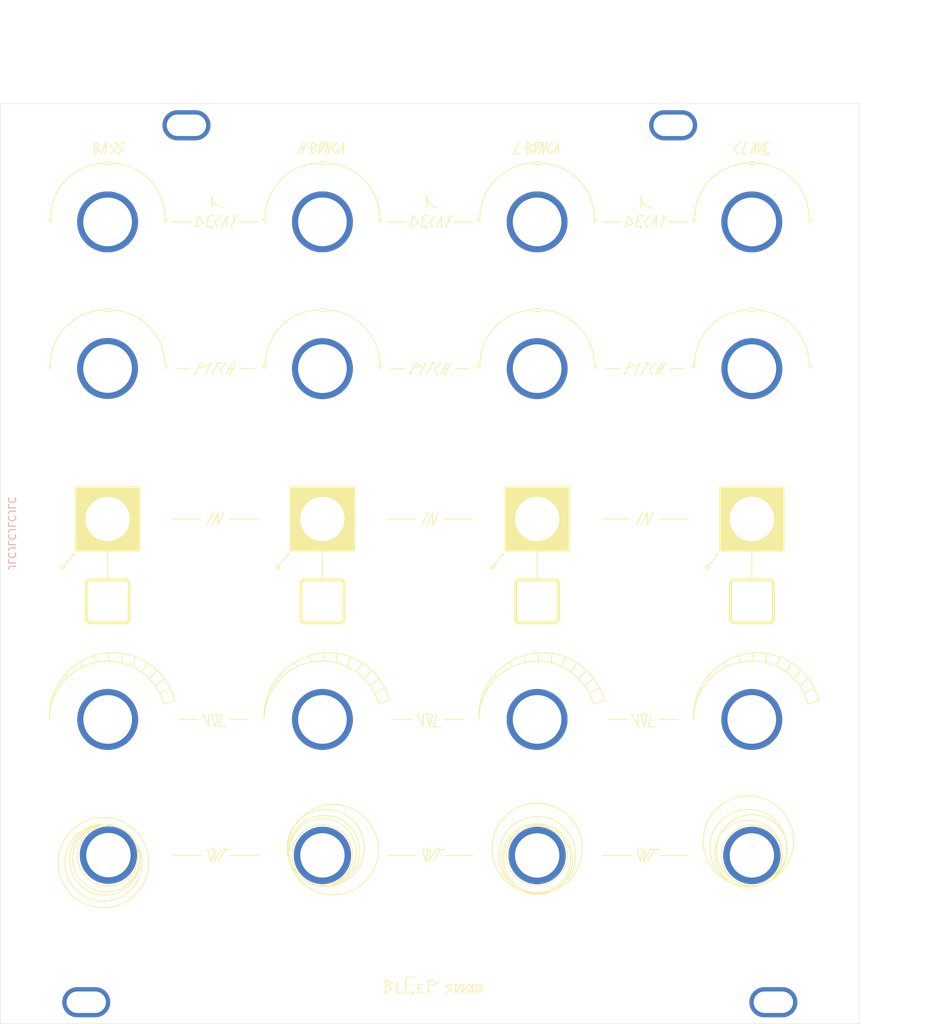
<source format=kicad_pcb>
(kicad_pcb (version 20211014) (generator pcbnew)
  (layers (0 "F.Cu" signal) (31 "B.Cu" signal) (34 "B.Paste" user) (35 "F.Paste" user) (36 "B.SilkS" user "B.Silkscreen") (37 "F.SilkS" user "F.Silkscreen") (38 "B.Mask" user) (39 "F.Mask" user) (44 "Edge.Cuts" user))
  (net 0 "")
  (footprint "" (layer "F.Cu") (at 54 162)
    (fp_text reference "" (at 0 0) (layer "F.SilkS") (effects (font (size 1.27 1.27))))
    (fp_text value "" (at 0 0) (layer "F.SilkS") (effects (font (size 1.27 1.27))))
    (pad "1" thru_hole oval locked (at 0 0) (size 6.7 4.2) (drill oval 5.5 3) (layers *.Cu *.Mask))
  )
  (footprint "" (layer "F.Cu") (at 136 39.5)
    (fp_text reference "" (at 0 0) (layer "F.SilkS") (effects (font (size 1.27 1.27))))
    (fp_text value "" (at 0 0) (layer "F.SilkS") (effects (font (size 1.27 1.27))))
    (pad "1" thru_hole oval locked (at 0 0) (size 6.7 4.2) (drill oval 5.5 3) (layers *.Cu *.Mask))
  )
  (footprint "" (layer "F.Cu") (at 68 39.5)
    (fp_text reference "" (at 0 0) (layer "F.SilkS") (effects (font (size 1.27 1.27))))
    (fp_text value "" (at 0 0) (layer "F.SilkS") (effects (font (size 1.27 1.27))))
    (pad "1" thru_hole oval locked (at 0 0) (size 6.7 4.2) (drill oval 5.5 3) (layers *.Cu *.Mask))
  )
  (footprint "" (layer "F.Cu") (at 150 162)
    (fp_text reference "" (at 0 0) (layer "F.SilkS") (effects (font (size 1.27 1.27))))
    (fp_text value "" (at 0 0) (layer "F.SilkS") (effects (font (size 1.27 1.27))))
    (pad "1" thru_hole oval locked (at 0 0) (size 6.7 4.2) (drill oval 5.5 3) (layers *.Cu *.Mask))
  )
  (gr_line (start 87 97.75) (end 87 103) (layer "F.SilkS") (width 0.12))
  (gr_line (start 57 97.75) (end 57 103) (layer "F.SilkS") (width 0.12))
  (gr_circle (center 56.8 141.9) (end 59.8 145.5) (layer "F.SilkS") (width 0.12) (fill none))
  (gr_circle (center 57 141.5) (end 59.75 144.75) (layer "F.SilkS") (width 0.12) (fill none))
  (gr_circle (center 56.4 142.5) (end 58.4 147.5) (layer "F.SilkS") (width 0.12) (fill none))
  (gr_circle (center 56.6 142.1) (end 58.4 146.7) (layer "F.SilkS") (width 0.12) (fill none))
  (gr_circle (center 87.45 140.45) (end 85.45 135.45) (layer "F.SilkS") (width 0.12) (fill none))
  (gr_circle (center 87.25 140.85) (end 85.45 136.25) (layer "F.SilkS") (width 0.12) (fill none))
  (gr_circle (center 87.05 141.05) (end 84.05 137.45) (layer "F.SilkS") (width 0.12) (fill none))
  (gr_circle (center 87 141.45) (end 84 138.45) (layer "F.SilkS") (width 0.12) (fill none))
  (gr_circle (center 80.75 101.25) (end 80.75 101) (layer "F.SilkS") (width 0.12) (fill none))
  (gr_line (start 80.75 101.25) (end 82.25 99.35) (layer "F.SilkS") (width 0.12))
  (gr_line (start 82.25 99.35) (end 81.95 99.35) (layer "F.SilkS") (width 0.12))
  (gr_line (start 82.25 99.35) (end 82.25 99.65) (layer "F.SilkS") (width 0.12))
  (gr_line (start 98.6 160.7) (end 99.8 160.7) (layer "F.SilkS") (width 0.12))
  (gr_line (start 115.525 43.5) (end 116.325 43) (layer "F.SilkS") (width 0.12))
  (gr_line (start 154.296174 118.819395) (end 155.656174 118.149395) (layer "F.SilkS") (width 0.12))
  (gr_line (start 84.5 103) (end 89.5 103) (layer "F.SilkS") (width 0.4))
  (gr_line (start 55.456174 114.449395) (end 55.156174 113.649395) (layer "F.SilkS") (width 0.12))
  (gr_line (start 74.2 53.7) (end 74.4 53.6) (layer "F.SilkS") (width 0.12))
  (gr_line (start 92.856174 116.849395) (end 93.856174 115.649395) (layer "F.SilkS") (width 0.12))
  (gr_poly (pts (xy 78.6 73.1) (xy 79 73.1) (xy 79 73.5)) (layer "F.SilkS") (width 0.12) (fill solid))
  (gr_line (start 102.9 121.8) (end 102.8 121.8) (layer "F.SilkS") (width 0.12))
  (gr_line (start 116.325 42.3) (end 115.525 41.9) (layer "F.SilkS") (width 0.12))
  (gr_poly (pts (xy 125 53) (xy 125 52.6) (xy 125.4 52.6)) (layer "F.SilkS") (width 0.12) (fill solid))
  (gr_line (start 85.5 42.7) (end 86.3 42.3) (layer "F.SilkS") (width 0.12))
  (gr_arc (start 57.5 65.3) (mid 62.850096 67.661425) (end 65 73.1) (layer "F.SilkS") (width 0.12))
  (gr_line (start 72.9 121.8) (end 72.8 121.8) (layer "F.SilkS") (width 0.12))
  (gr_line (start 101.7 93.65) (end 101.8 93.85) (layer "F.SilkS") (width 0.12))
  (gr_arc (start 144 103.5) (mid 144.146447 103.146447) (end 144.5 103) (layer "F.SilkS") (width 0.4))
  (gr_arc (start 138.856174 122.349395) (mid 145.98971 114.41768) (end 154.856174 120.349395) (layer "F.SilkS") (width 0.12))
  (gr_line (start 116.5 65.1) (end 117.5 65.1) (layer "F.SilkS") (width 0.12))
  (gr_circle (center 147 140.75) (end 145.2 136.15) (layer "F.SilkS") (width 0.12) (fill none))
  (gr_line (start 57.35 43.5) (end 57.55 43.5) (layer "F.SilkS") (width 0.12))
  (gr_line (start 119.025 41.9) (end 119.125 42) (layer "F.SilkS") (width 0.12))
  (gr_line (start 134 94.5) (end 138 94.5) (layer "F.SilkS") (width 0.12))
  (gr_line (start 133.025 74.3) (end 133.125 74.2) (layer "F.SilkS") (width 0.12))
  (gr_line (start 117.156174 114.349395) (end 117.156174 113.249395) (layer "F.SilkS") (width 0.12))
  (gr_line (start 101.4 52.1) (end 101.8 52.1) (layer "F.SilkS") (width 0.12))
  (gr_line (start 131.7 93.65) (end 131.5 93.75) (layer "F.SilkS") (width 0.12))
  (gr_line (start 104.2 160.7) (end 104.2 160.5) (layer "F.SilkS") (width 0.12))
  (gr_line (start 117.55 41.9) (end 116.5 43.5) (layer "F.SilkS") (width 0.12))
  (gr_line (start 111.056174 116.249395) (end 111.256174 116.649395) (layer "F.SilkS") (width 0.12))
  (gr_line (start 71.85 142.35) (end 72.85 140.65) (layer "F.SilkS") (width 0.12))
  (gr_line (start 71.56066 50.93934) (end 71.56066 49.43934) (layer "F.SilkS") (width 0.12))
  (gr_line (start 141.056174 116.249395) (end 141.256174 116.649395) (layer "F.SilkS") (width 0.12))
  (gr_line (start 73.825 73.5) (end 74.625 73.5) (layer "F.SilkS") (width 0.12))
  (gr_line (start 129.425 74.2) (end 129.225 74.3) (layer "F.SilkS") (width 0.12))
  (gr_poly (pts (xy 65 73.5) (xy 65 73.1) (xy 65.4 73.1)) (layer "F.SilkS") (width 0.12) (fill solid))
  (gr_line (start 129.6 122.5) (end 126.9 122.5) (layer "F.SilkS") (width 0.12))
  (gr_line (start 109.856174 118.049395) (end 109.956174 118.249395) (layer "F.SilkS") (width 0.12))
  (gr_line (start 119.025 41.9) (end 118.325 42.8) (layer "F.SilkS") (width 0.12))
  (gr_arc (start 109 52.6) (mid 111.134567 47.146699) (end 116.5 44.8) (layer "F.SilkS") (width 0.12))
  (gr_line (start 126.356174 119.849395) (end 124.856174 120.349395) (layer "F.SilkS") (width 0.12))
  (gr_line (start 131.6 53.7) (end 131.4 53.9) (layer "F.SilkS") (width 0.12))
  (gr_line (start 101 52.9) (end 101.3 52.9) (layer "F.SilkS") (width 0.12))
  (gr_line (start 85.5 41.9) (end 85.5 43.5) (layer "F.SilkS") (width 0.12))
  (gr_line (start 132.4 121.8) (end 132 123.5) (layer "F.SilkS") (width 0.12))
  (gr_line (start 99.925 72.7) (end 99.225 74.3) (layer "F.SilkS") (width 0.12))
  (gr_line (start 72.4 93.65) (end 72.4 95.35) (layer "F.SilkS") (width 0.12))
  (gr_arc (start 54 103.5) (mid 54.146447 103.146447) (end 54.5 103) (layer "F.SilkS") (width 0.4))
  (gr_arc (start 119.5 103) (mid 119.853553 103.146447) (end 120 103.5) (layer "F.SilkS") (width 0.4))
  (gr_line (start 130.9 95.35) (end 131.7 93.65) (layer "F.SilkS") (width 0.12))
  (gr_line (start 120 103.5) (end 120 108.5) (layer "F.SilkS") (width 0.4))
  (gr_line (start 145 43.5) (end 145.1 43.4) (layer "F.SilkS") (width 0.12))
  (gr_line (start 71.7 93.65) (end 71.5 93.75) (layer "F.SilkS") (width 0.12))
  (gr_line (start 131.5 121.8) (end 132.4 121.8) (layer "F.SilkS") (width 0.12))
  (gr_line (start 73.2 93.65) (end 73.1 93.65) (layer "F.SilkS") (width 0.12))
  (gr_line (start 115.025 42.7) (end 115.225 42.7) (layer "F.SilkS") (width 0.12))
  (gr_line (start 102.725 73.6) (end 103.025 74.3) (layer "F.SilkS") (width 0.12))
  (gr_arc (start 148.8 42.3) (mid 148.917157 42.017157) (end 149.2 41.9) (layer "F.SilkS") (width 0.12))
  (gr_line (start 132.9 121.8) (end 132.5 123.5) (layer "F.SilkS") (width 0.12))
  (gr_line (start 146.5 65.5) (end 147.5 65.5) (layer "F.SilkS") (width 0.12))
  (gr_line (start 87.8 41.9) (end 87.3 43.5) (layer "F.SilkS") (width 0.12))
  (gr_line (start 119.925 42.7) (end 119.625 42.7) (layer "F.SilkS") (width 0.12))
  (gr_line (start 97.4 159.3) (end 97.2 159.5) (layer "F.SilkS") (width 0.12))
  (gr_line (start 147.6 41.9) (end 147.5 43.5) (layer "F.SilkS") (width 0.12))
  (gr_arc (start 133 51) (mid 131.93934 50.56066) (end 131.5 49.5) (layer "F.SilkS") (width 0.12))
  (gr_line (start 87.525 41.9) (end 86.475 43.5) (layer "F.SilkS") (width 0.12))
  (gr_line (start 115.456174 114.449395) (end 115.156174 113.649395) (layer "F.SilkS") (width 0.12))
  (gr_line (start 101.425 72.7) (end 101.225 72.8) (layer "F.SilkS") (width 0.12))
  (gr_line (start 103.525 72.7) (end 102.725 73.6) (layer "F.SilkS") (width 0.12))
  (gr_line (start 73.525 72.7) (end 72.725 73.6) (layer "F.SilkS") (width 0.12))
  (gr_line (start 71.425 72.7) (end 71.225 72.8) (layer "F.SilkS") (width 0.12))
  (gr_line (start 104 94.5) (end 108 94.5) (layer "F.SilkS") (width 0.12))
  (gr_poly (pts (xy 138.6 52.6) (xy 139 52.6) (xy 139 53)) (layer "F.SilkS") (width 0.12) (fill solid))
  (gr_poly (pts (xy 108.6 73.1) (xy 109 73.1) (xy 109 73.5)) (layer "F.SilkS") (width 0.12) (fill solid))
  (gr_line (start 133.525 72.7) (end 133.625 72.8) (layer "F.SilkS") (width 0.12))
  (gr_line (start 133.75 140.65) (end 134.15 140.65) (layer "F.SilkS") (width 0.12))
  (gr_line (start 132.3 53.7) (end 132.4 53.6) (layer "F.SilkS") (width 0.12))
  (gr_circle (center 117 141.45) (end 115 136.45) (layer "F.SilkS") (width 0.12) (fill none))
  (gr_line (start 114.5 103) (end 119.5 103) (layer "F.SilkS") (width 0.4))
  (gr_line (start 87.3 43.5) (end 87.2 43.5) (layer "F.SilkS") (width 0.12))
  (gr_line (start 156.356174 119.849395) (end 154.856174 120.349395) (layer "F.SilkS") (width 0.12))
  (gr_poly (pts (xy 48.6 52.6) (xy 49 52.6) (xy 49 53)) (layer "F.SilkS") (width 0.12) (fill solid))
  (gr_line (start 70 94.5) (end 66 94.5) (layer "F.SilkS") (width 0.12))
  (gr_line (start 135.5 73.5) (end 137.5 73.5) (layer "F.SilkS") (width 0.12))
  (gr_line (start 97.4 160.7) (end 98 160.7) (layer "F.SilkS") (width 0.12))
  (gr_line (start 130.3 121.8) (end 131.1 123.5) (layer "F.SilkS") (width 0.12))
  (gr_line (start 73.7 52.1) (end 72.9 53.7) (layer "F.SilkS") (width 0.12))
  (gr_line (start 100.4 53.2) (end 99.7 52.1) (layer "F.SilkS") (width 0.12))
  (gr_arc (start 139 52.6) (mid 141.134567 47.146699) (end 146.5 44.8) (layer "F.SilkS") (width 0.12))
  (gr_line (start 94.296174 118.819395) (end 95.656174 118.149395) (layer "F.SilkS") (width 0.12))
  (gr_line (start 143.456174 115.149395) (end 143.156174 114.549395) (layer "F.SilkS") (width 0.12))
  (gr_line (start 129.7 52.1) (end 129.3 53.7) (layer "F.SilkS") (width 0.12))
  (gr_line (start 123.626174 117.749395) (end 124.856174 116.849395) (layer "F.SilkS") (width 0.12))
  (gr_line (start 95.8 159.7) (end 96.8 159.3) (layer "F.SilkS") (width 0.12))
  (gr_line (start 104.1 141.5) (end 108.1 141.5) (layer "F.SilkS") (width 0.12))
  (gr_line (start 151.806174 115.899395) (end 152.506174 114.599395) (layer "F.SilkS") (width 0.12))
  (gr_line (start 144.5 103) (end 149.5 103) (layer "F.SilkS") (width 0.4))
  (gr_line (start 101.6 53.7) (end 101.4 53.9) (layer "F.SilkS") (width 0.12))
  (gr_line (start 118.325 42.8) (end 118.825 43.5) (layer "F.SilkS") (width 0.12))
  (gr_line (start 104.6 53) (end 104.6 52.1) (layer "F.SilkS") (width 0.12))
  (gr_line (start 71.5 121.8) (end 72.4 121.8) (layer "F.SilkS") (width 0.12))
  (gr_line (start 106.4 159.5) (end 105.6 159.5) (layer "F.SilkS") (width 0.12))
  (gr_arc (start 98.6 158.9) (mid 98.717157 158.617157) (end 99 158.5) (layer "F.SilkS") (width 0.12))
  (gr_line (start 133.05 140.65) (end 133.75 140.65) (layer "F.SilkS") (width 0.12))
  (gr_line (start 144.5 42.75) (end 145 43.5) (layer "F.SilkS") (width 0.12))
  (gr_line (start 90.456174 115.149395) (end 90.856174 113.849395) (layer "F.SilkS") (width 0.12))
  (gr_line (start 105.6 160.7) (end 106.4 159.5) (layer "F.SilkS") (width 0.12))
  (gr_line (start 124.296174 118.819395) (end 125.656174 118.149395) (layer "F.SilkS") (width 0.12))
  (gr_line (start 99.925 72.7) (end 100.825 73.1) (layer "F.SilkS") (width 0.12))
  (gr_line (start 109 159.5) (end 108.4 160.7) (layer "F.SilkS") (width 0.12))
  (gr_line (start 69.425 74.2) (end 69.225 74.3) (layer "F.SilkS") (width 0.12))
  (gr_arc (start 147.5 65.3) (mid 152.850096 67.661425) (end 155 73.1) (layer "F.SilkS") (width 0.12))
  (gr_line (start 56.8 41.9) (end 56.7 43.5) (layer "F.SilkS") (width 0.12))
  (gr_line (start 72.8 52.1) (end 72.9 52.2) (layer "F.SilkS") (width 0.12))
  (gr_line (start 88.3 41.9) (end 87.8 43.5) (layer "F.SilkS") (width 0.12))
  (gr_line (start 126 53) (end 128.8 53) (layer "F.SilkS") (width 0.12))
  (gr_line (start 72.475 72.7) (end 71.525 74.3) (layer "F.SilkS") (width 0.12))
  (gr_line (start 89.9 42.7) (end 89.6 42.7) (layer "F.SilkS") (width 0.12))
  (gr_line (start 121.806174 115.899395) (end 122.506174 114.599395) (layer "F.SilkS") (width 0.12))
  (gr_line (start 103.75 140.65) (end 104.15 140.65) (layer "F.SilkS") (width 0.12))
  (gr_line (start 100.625 74.3) (end 101.425 72.7) (layer "F.SilkS") (width 0.12))
  (gr_line (start 148.8 42.3) (end 148.6 43.5) (layer "F.SilkS") (width 0.12))
  (gr_line (start 95.8 160.7) (end 96.8 160.1) (layer "F.SilkS") (width 0.12))
  (gr_line (start 147.5 42.7) (end 147.2 42.7) (layer "F.SilkS") (width 0.12))
  (gr_line (start 102.8 52.1) (end 102 53) (layer "F.SilkS") (width 0.12))
  (gr_line (start 107.6 159.5) (end 107.4 159.5) (layer "F.SilkS") (width 0.12))
  (gr_line (start 72.4 95.35) (end 73.2 93.65) (layer "F.SilkS") (width 0.12))
  (gr_line (start 71.85 140.65) (end 71.45 142.35) (layer "F.SilkS") (width 0.12))
  (gr_arc (start 131 52.5) (mid 131.117157 52.217157) (end 131.4 52.1) (layer "F.SilkS") (width 0.12))
  (gr_line (start 71.6 53.7) (end 71.4 53.5) (layer "F.SilkS") (width 0.12))
  (gr_line (start 84.4 41.9) (end 83.5 43.5) (layer "F.SilkS") (width 0.12))
  (gr_line (start 84.9 41.9) (end 84 43.5) (layer "F.SilkS") (width 0.12))
  (gr_arc (start 138.856174 122.349395) (mid 146.488177 113.27342) (end 156.356174 119.849395) (layer "F.SilkS") (width 0.12))
  (gr_line (start 101.8 158.9) (end 101.8 160.7) (layer "F.SilkS") (width 0.12))
  (gr_line (start 149.2 41.9) (end 149.6 41.9) (layer "F.SilkS") (width 0.12))
  (gr_arc (start 147.5 44.8) (mid 152.850096 47.161425) (end 155 52.6) (layer "F.SilkS") (width 0.12))
  (gr_line (start 132.725 73.6) (end 133.025 74.3) (layer "F.SilkS") (width 0.12))
  (gr_line (start 55.95 42.3) (end 55.15 41.9) (layer "F.SilkS") (width 0.12))
  (gr_line (start 103.7 52.1) (end 102.9 53.7) (layer "F.SilkS") (width 0.12))
  (gr_line (start 100 94.5) (end 96 94.5) (layer "F.SilkS") (width 0.12))
  (gr_line (start 150 103.5) (end 150 108.5) (layer "F.SilkS") (width 0.4))
  (gr_line (start 99.425 74.2) (end 99.225 74.3) (layer "F.SilkS") (width 0.12))
  (gr_line (start 134.925 72.7) (end 134.025 74.3) (layer "F.SilkS") (width 0.12))
  (gr_poly (pts (xy 95 53) (xy 95 52.6) (xy 95.4 52.6)) (layer "F.SilkS") (width 0.12) (fill solid))
  (gr_line (start 54.5 103) (end 59.5 103) (layer "F.SilkS") (width 0.4))
  (gr_line (start 134.1 141.5) (end 138.1 141.5) (layer "F.SilkS") (width 0.12))
  (gr_line (start 132.8 52.1) (end 132.9 52.2) (layer "F.SilkS") (width 0.12))
  (gr_line (start 73.6 52.9) (end 73.3 52.9) (layer "F.SilkS") (width 0.12))
  (gr_line (start 86.5 65.1) (end 87.5 65.1) (layer "F.SilkS") (width 0.12))
  (gr_line (start 132 123.5) (end 131.5 121.8) (layer "F.SilkS") (width 0.12))
  (gr_line (start 57.35 43.5) (end 57.35 43.3) (layer "F.SilkS") (width 0.12))
  (gr_line (start 98.6 159.5) (end 99 159.5) (layer "F.SilkS") (width 0.12))
  (gr_line (start 100.4 159.5) (end 100.4 160.7) (layer "F.SilkS") (width 0.12))
  (gr_line (start 129.225 74.3) (end 129.125 74.1) (layer "F.SilkS") (width 0.12))
  (gr_line (start 119.075 42.9) (end 119.175 43) (layer "F.SilkS") (width 0.12))
  (gr_line (start 81.056174 116.249395) (end 81.256174 116.649395) (layer "F.SilkS") (width 0.12))
  (gr_line (start 105.2 159.5) (end 104.2 159.7) (layer "F.SilkS") (width 0.12))
  (gr_line (start 74.6 53) (end 75.1 52.1) (layer "F.SilkS") (width 0.12))
  (gr_arc (start 48.856174 122.349395) (mid 56.488177 113.27342) (end 66.356174 119.849395) (layer "F.SilkS") (width 0.12))
  (gr_line (start 71.45 142.35) (end 70.95 140.65) (layer "F.SilkS") (width 0.12))
  (gr_line (start 100.1 141.5) (end 96.1 141.5) (layer "F.SilkS") (width 0.12))
  (gr_line (start 131.1 123.5) (end 131.1 121.8) (layer "F.SilkS") (width 0.12))
  (gr_line (start 70.3 121.8) (end 71.1 123.5) (layer "F.SilkS") (width 0.12))
  (gr_line (start 112.25 99.35) (end 111.95 99.35) (layer "F.SilkS") (width 0.12))
  (gr_line (start 145.35 41.8) (end 145.45 41.9) (layer "F.SilkS") (width 0.12))
  (gr_line (start 100.4 160.1) (end 100.6 160.1) (layer "F.SilkS") (width 0.12))
  (gr_line (start 149.4 43.5) (end 149.2 43.7) (layer "F.SilkS") (width 0.12))
  (gr_line (start 131.425 72.7) (end 131.225 72.8) (layer "F.SilkS") (width 0.12))
  (gr_circle (center 146.5 141.25) (end 143.5 137.65) (layer "F.SilkS") (width 0.12) (fill none))
  (gr_line (start 132 53) (end 132.3 53.7) (layer "F.SilkS") (width 0.12))
  (gr_line (start 73.45 140.65) (end 72.45 142.35) (layer "F.SilkS") (width 0.12))
  (gr_arc (start 144.5 109) (mid 144.146447 108.853553) (end 144 108.5) (layer "F.SilkS") (width 0.4))
  (gr_line (start 85.456174 114.449395) (end 85.156174 113.649395) (layer "F.SilkS") (width 0.12))
  (gr_line (start 106.8 159.5) (end 106.6 159.5) (layer "F.SilkS") (width 0.12))
  (gr_line (start 86.475 43.5) (end 86.725 41.9) (layer "F.SilkS") (width 0.12))
  (gr_line (start 71.1 121.8) (end 71 121.8) (layer "F.SilkS") (width 0.12))
  (gr_arc (start 150 108.5) (mid 149.853553 108.853553) (end 149.5 109) (layer "F.SilkS") (width 0.4))
  (gr_arc (start 78.856174 122.349395) (mid 85.98971 114.41768) (end 94.856174 120.349395) (layer "F.SilkS") (width 0.12))
  (gr_line (start 71.6 95.35) (end 71.5 95.35) (layer "F.SilkS") (width 0.12))
  (gr_line (start 100.95 140.65) (end 101.85 140.65) (layer "F.SilkS") (width 0.12))
  (gr_line (start 79.856174 118.049395) (end 79.956174 118.249395) (layer "F.SilkS") (width 0.12))
  (gr_line (start 102 53) (end 102.3 53.7) (layer "F.SilkS") (width 0.12))
  (gr_line (start 131.4 52.1) (end 131.8 52.1) (layer "F.SilkS") (width 0.12))
  (gr_line (start 116.5 44.6) (end 117.5 44.6) (layer "F.SilkS") (width 0.12))
  (gr_line (start 66 53) (end 68.8 53) (layer "F.SilkS") (width 0.12))
  (gr_line (start 101.1 121.8) (end 101 121.8) (layer "F.SilkS") (width 0.12))
  (gr_line (start 101.85 140.65) (end 101.45 142.35) (layer "F.SilkS") (width 0.12))
  (gr_line (start 147.6 41.9) (end 146.8 43.5) (layer "F.SilkS") (width 0.12))
  (gr_line (start 73.025 74.3) (end 73.125 74.2) (layer "F.SilkS") (width 0.12))
  (gr_line (start 110.75 101.25) (end 112.25 99.35) (layer "F.SilkS") (width 0.12))
  (gr_line (start 101.6 160.5) (end 101.8 160.7) (layer "F.SilkS") (width 0.12))
  (gr_line (start 89 41.9) (end 89.1 42) (layer "F.SilkS") (width 0.12))
  (gr_line (start 101.8 160.7) (end 101.8 160.5) (layer "F.SilkS") (width 0.12))
  (gr_line (start 101.6 95.35) (end 101.5 95.35) (layer "F.SilkS") (width 0.12))
  (gr_poly (pts (xy 48.6 73.1) (xy 49 73.1) (xy 49 73.5)) (layer "F.SilkS") (width 0.12) (fill solid))
  (gr_line (start 55.15 43.5) (end 55.95 43) (layer "F.SilkS") (width 0.12))
  (gr_line (start 73.75 140.65) (end 74.15 140.65) (layer "F.SilkS") (width 0.12))
  (gr_line (start 56.5 44.6) (end 57.5 44.6) (layer "F.SilkS") (width 0.12))
  (gr_line (start 103.6 52.9) (end 103.3 52.9) (layer "F.SilkS") (width 0.12))
  (gr_line (start 86.3 43) (end 85.5 42.7) (layer "F.SilkS") (width 0.12))
  (gr_line (start 58.35 43.5) (end 58.55 43.5) (layer "F.SilkS") (width 0.12))
  (gr_line (start 117.825 41.9) (end 117.825 43.5) (layer "F.SilkS") (width 0.12))
  (gr_line (start 134.2 53.7) (end 134.2 53.5) (layer "F.SilkS") (width 0.12))
  (gr_line (start 145.5 43.5) (end 146.4 43.5) (layer "F.SilkS") (width 0.12))
  (gr_line (start 56.5 45) (end 57.5 45) (layer "F.SilkS") (width 0.12))
  (gr_arc (start 90 108.5) (mid 89.853553 108.853553) (end 89.5 109) (layer "F.SilkS") (width 0.4))
  (gr_line (start 132.5 123.5) (end 133.6 123.5) (layer "F.SilkS") (width 0.12))
  (gr_line (start 66.356174 119.849395) (end 64.856174 120.349395) (layer "F.SilkS") (width 0.12))
  (gr_line (start 69.6 122.5) (end 66.9 122.5) (layer "F.SilkS") (width 0.12))
  (gr_line (start 74.6 53) (end 74.2 53.7) (layer "F.SilkS") (width 0.12))
  (gr_line (start 89.05 42.9) (end 89.15 43) (layer "F.SilkS") (width 0.12))
  (gr_poly (pts (xy 95 73.5) (xy 95 73.1) (xy 95.4 73.1)) (layer "F.SilkS") (width 0.12) (fill solid))
  (gr_line (start 72.075 72.7) (end 72.775 72.7) (layer "F.SilkS") (width 0.12))
  (gr_line (start 72.725 73.6) (end 73.025 74.3) (layer "F.SilkS") (width 0.12))
  (gr_line (start 108.6 159.5) (end 108.4 159.5) (layer "F.SilkS") (width 0.12))
  (gr_line (start 148.65 41.9) (end 148.55 41.9) (layer "F.SilkS") (width 0.12))
  (gr_line (start 101.7 93.65) (end 101.5 93.75) (layer "F.SilkS") (width 0.12))
  (gr_line (start 132.075 72.7) (end 132.775 72.7) (layer "F.SilkS") (width 0.12))
  (gr_line (start 96 53) (end 98.8 53) (layer "F.SilkS") (width 0.12))
  (gr_line (start 153.626174 117.749395) (end 154.856174 116.849395) (layer "F.SilkS") (width 0.12))
  (gr_line (start 102 123.5) (end 101.5 121.8) (layer "F.SilkS") (width 0.12))
  (gr_line (start 86.725 41.9) (end 87.525 41.9) (layer "F.SilkS") (width 0.12))
  (gr_line (start 120.456174 115.149395) (end 120.856174 113.849395) (layer "F.SilkS") (width 0.12))
  (gr_circle (center 56.4 142.5) (end 59.5 148) (layer "F.SilkS") (width 0.12) (fill none))
  (gr_arc (start 84.5 109) (mid 84.146447 108.853553) (end 84 108.5) (layer "F.SilkS") (width 0.4))
  (gr_arc (start 109 73.1) (mid 111.134567 67.646699) (end 116.5 65.3) (layer "F.SilkS") (width 0.12))
  (gr_line (start 118.325 41.9) (end 118.225 41.9) (layer "F.SilkS") (width 0.12))
  (gr_line (start 99.3 53.7) (end 100.4 53.2) (layer "F.SilkS") (width 0.12))
  (gr_line (start 97.4 159.3) (end 97.4 160.7) (layer "F.SilkS") (width 0.12))
  (gr_line (start 132.4 93.65) (end 132.4 95.35) (layer "F.SilkS") (width 0.12))
  (gr_line (start 99.6 122.5) (end 96.9 122.5) (layer "F.SilkS") (width 0.12))
  (gr_line (start 73.525 72.7) (end 73.625 72.8) (layer "F.SilkS") (width 0.12))
  (gr_line (start 53.456174 115.149395) (end 53.156174 114.549395) (layer "F.SilkS") (width 0.12))
  (gr_line (start 126.5 73.5) (end 128.5 73.5) (layer "F.SilkS") (width 0.12))
  (gr_line (start 131.6 95.35) (end 132.4 93.65) (layer "F.SilkS") (width 0.12))
  (gr_line (start 147 97.75) (end 147 103) (layer "F.SilkS") (width 0.12))
  (gr_line (start 58.25 41.9) (end 58.05 41.8) (layer "F.SilkS") (width 0.12))
  (gr_line (start 131.85 140.65) (end 131.45 142.35) (layer "F.SilkS") (width 0.12))
  (gr_arc (start 49 52.6) (mid 51.134567 47.146699) (end 56.5 44.8) (layer "F.SilkS") (width 0.12))
  (gr_line (start 58.25 42.4) (end 59.15 42.9) (layer "F.SilkS") (width 0.12))
  (gr_line (start 102.15 140.65) (end 101.85 142.35) (layer "F.SilkS") (width 0.12))
  (gr_line (start 106.8 159.5) (end 106.4 160.7) (layer "F.SilkS") (width 0.12))
  (gr_poly (pts (xy 155 53) (xy 155 52.6) (xy 155.4 52.6)) (layer "F.SilkS") (width 0.12) (fill solid))
  (gr_line (start 117.825 41.9) (end 117.325 43.5) (layer "F.SilkS") (width 0.12))
  (gr_line (start 60 103.5) (end 60 108.5) (layer "F.SilkS") (width 0.4))
  (gr_line (start 104.2 159.7) (end 105 160.3) (layer "F.SilkS") (width 0.12))
  (gr_line (start 70.1 141.5) (end 66.1 141.5) (layer "F.SilkS") (width 0.12))
  (gr_line (start 147.95 41.9) (end 147.85 43.5) (layer "F.SilkS") (width 0.12))
  (gr_line (start 118.825 43.5) (end 119.175 43) (layer "F.SilkS") (width 0.12))
  (gr_line (start 71.6 95.35) (end 72.4 93.65) (layer "F.SilkS") (width 0.12))
  (gr_poly (pts (xy 142.5 90) (xy 151.5 90) (xy 151.5 99) (xy 142.5 99)) (layer "F.SilkS") (width 0.1) (fill solid))
  (gr_line (start 113.725 43.5) (end 114.625 43.5) (layer "F.SilkS") (width 0.12))
  (gr_circle (center 146.5 140.45) (end 144.5 135.45) (layer "F.SilkS") (width 0.12) (fill none))
  (gr_arc (start 120 108.5) (mid 119.853553 108.853553) (end 119.5 109) (layer "F.SilkS") (width 0.4))
  (gr_line (start 119.5 109) (end 114.5 109) (layer "F.SilkS") (width 0.4))
  (gr_line (start 91.806174 115.899395) (end 92.506174 114.599395) (layer "F.SilkS") (width 0.12))
  (gr_line (start 52.25 99.35) (end 51.95 99.35) (layer "F.SilkS") (width 0.12))
  (gr_line (start 83.456174 115.149395) (end 83.156174 114.549395) (layer "F.SilkS") (width 0.12))
  (gr_line (start 59.15 42.9) (end 58.35 43.5) (layer "F.SilkS") (width 0.12))
  (gr_line (start 62.856174 116.849395) (end 63.856174 115.649395) (layer "F.SilkS") (width 0.12))
  (gr_line (start 147.95 41.9) (end 147.85 41.9) (layer "F.SilkS") (width 0.12))
  (gr_line (start 132.15 140.65) (end 131.85 142.35) (layer "F.SilkS") (width 0.12))
  (gr_line (start 72.5 123.5) (end 73.6 123.5) (layer "F.SilkS") (width 0.12))
  (gr_line (start 131.85 142.35) (end 132.85 140.65) (layer "F.SilkS") (width 0.12))
  (gr_arc (start 60 108.5) (mid 59.853553 108.853553) (end 59.5 109) (layer "F.SilkS") (width 0.4))
  (gr_line (start 105 160.3) (end 104.2 160.7) (layer "F.SilkS") (width 0.12))
  (gr_line (start 146.5 45) (end 147.5 45) (layer "F.SilkS") (width 0.12))
  (gr_line (start 72.3 53.7) (end 72.4 53.6) (layer "F.SilkS") (width 0.12))
  (gr_line (start 102.075 72.7) (end 102.775 72.7) (layer "F.SilkS") (width 0.12))
  (gr_line (start 104.2 53.7) (end 104.4 53.6) (layer "F.SilkS") (width 0.12))
  (gr_line (start 49.856174 118.049395) (end 49.956174 118.249395) (layer "F.SilkS") (width 0.12))
  (gr_arc (start 49 73.1) (mid 51.134567 67.646699) (end 56.5 65.3) (layer "F.SilkS") (width 0.12))
  (gr_line (start 88.3 41.9) (end 88.2 41.9) (layer "F.SilkS") (width 0.12))
  (gr_line (start 87.8 41.9) (end 87.8 43.5) (layer "F.SilkS") (width 0.12))
  (gr_line (start 101.45 142.35) (end 100.95 140.65) (layer "F.SilkS") (width 0.12))
  (gr_line (start 63.626174 117.749395) (end 64.856174 116.849395) (layer "F.SilkS") (width 0.12))
  (gr_line (start 74.425 72.7) (end 73.525 74.3) (layer "F.SilkS") (width 0.12))
  (gr_line (start 134.425 72.7) (end 133.525 74.3) (layer "F.SilkS") (width 0.12))
  (gr_line (start 69.925 72.7) (end 70.825 73.1) (layer "F.SilkS") (width 0.12))
  (gr_line (start 146.5 44.6) (end 147.5 44.6) (layer "F.SilkS") (width 0.12))
  (gr_poly (pts (xy 108.6 52.6) (xy 109 52.6) (xy 109 53)) (layer "F.SilkS") (width 0.12) (fill solid))
  (gr_line (start 56.7 42.7) (end 56.4 42.7) (layer "F.SilkS") (width 0.12))
  (gr_line (start 133.525 72.7) (end 132.725 73.6) (layer "F.SilkS") (width 0.12))
  (gr_line (start 103.7 52.1) (end 103.6 53.7) (layer "F.SilkS") (width 0.12))
  (gr_line (start 56.5 65.1) (end 57.5 65.1) (layer "F.SilkS") (width 0.12))
  (gr_line (start 117.325 43.5) (end 117.225 43.5) (layer "F.SilkS") (width 0.12))
  (gr_line (start 134.6 53) (end 134.2 53.7) (layer "F.SilkS") (width 0.12))
  (gr_line (start 96.8 159.3) (end 95.8 158.9) (layer "F.SilkS") (width 0.12))
  (gr_line (start 130.825 73.1) (end 129.625 73.4) (layer "F.SilkS") (width 0.12))
  (gr_line (start 72 53) (end 72.3 53.7) (layer "F.SilkS") (width 0.12))
  (gr_line (start 72.8 52.1) (end 72 53) (layer "F.SilkS") (width 0.12))
  (gr_arc (start 108.856174 122.349395) (mid 115.98971 114.41768) (end 124.856174 120.349395) (layer "F.SilkS") (width 0.12))
  (gr_line (start 104.6 53) (end 104.2 53.7) (layer "F.SilkS") (width 0.12))
  (gr_line (start 105.5 73.5) (end 107.5 73.5) (layer "F.SilkS") (width 0.12))
  (gr_line (start 96.8 160.1) (end 95.8 159.7) (layer "F.SilkS") (width 0.12))
  (gr_line (start 133.7 52.1) (end 132.9 53.7) (layer "F.SilkS") (width 0.12))
  (gr_line (start 148.956174 114.549395) (end 149.056174 113.349395) (layer "F.SilkS") (width 0.12))
  (gr_line (start 129.3 53.7) (end 130.4 53.2) (layer "F.SilkS") (width 0.12))
  (gr_line (start 103.05 140.65) (end 103.75 140.65) (layer "F.SilkS") (width 0.12))
  (gr_line (start 114.425 41.9) (end 113.725 43.5) (layer "F.SilkS") (width 0.12))
  (gr_line (start 107.2 160.7) (end 107.4 160.7) (layer "F.SilkS") (width 0.12))
  (gr_poly (pts (xy 112.5 90) (xy 121.5 90) (xy 121.5 99) (xy 112.5 99)) (layer "F.SilkS") (width 0.1) (fill solid))
  (gr_line (start 51.056174 116.249395) (end 51.256174 116.649395) (layer "F.SilkS") (width 0.12))
  (gr_line (start 116.325 43) (end 115.525 42.7) (layer "F.SilkS") (width 0.12))
  (gr_line (start 73.05 140.65) (end 73.75 140.65) (layer "F.SilkS") (width 0.12))
  (gr_line (start 101.5 121.8) (end 102.4 121.8) (layer "F.SilkS") (width 0.12))
  (gr_line (start 88.8 43.5) (end 89.15 43) (layer "F.SilkS") (width 0.12))
  (gr_arc (start 103.06066 50.93934) (mid 102.000012 50.499988) (end 101.56066 49.43934) (layer "F.SilkS") (width 0.12))
  (gr_line (start 71.425 72.7) (end 71.525 72.9) (layer "F.SilkS") (width 0.12))
  (gr_line (start 117 97.75) (end 117 103) (layer "F.SilkS") (width 0.12))
  (gr_line (start 146.2 41.9) (end 145.5 43.5) (layer "F.SilkS") (width 0.12))
  (gr_line (start 114 103.5) (end 114 108.5) (layer "F.SilkS") (width 0.4))
  (gr_arc (start 117.5 44.8) (mid 122.850096 47.161425) (end 125 52.6) (layer "F.SilkS") (width 0.12))
  (gr_poly (pts (xy 78.6 52.6) (xy 79 52.6) (xy 79 53)) (layer "F.SilkS") (width 0.12) (fill solid))
  (gr_line (start 130 94.5) (end 126 94.5) (layer "F.SilkS") (width 0.12))
  (gr_line (start 72.4 121.8) (end 72 123.5) (layer "F.SilkS") (width 0.12))
  (gr_line (start 59.25 41.9) (end 59.05 41.8) (layer "F.SilkS") (width 0.12))
  (gr_line (start 70.9 95.35) (end 71.7 93.65) (layer "F.SilkS") (width 0.12))
  (gr_line (start 100.3 121.8) (end 101.1 123.5) (layer "F.SilkS") (width 0.12))
  (gr_circle (center 117 141.45) (end 114.25 138.25) (layer "F.SilkS") (width 0.12) (fill none))
  (gr_line (start 132.475 72.7) (end 131.525 74.3) (layer "F.SilkS") (width 0.12))
  (gr_line (start 132.8 52.1) (end 132 53) (layer "F.SilkS") (width 0.12))
  (gr_line (start 58.956174 114.549395) (end 59.056174 113.349395) (layer "F.SilkS") (width 0.12))
  (gr_line (start 145.456174 114.449395) (end 145.156174 113.649395) (layer "F.SilkS") (width 0.12))
  (gr_line (start 104.925 72.7) (end 104.025 74.3) (layer "F.SilkS") (width 0.12))
  (gr_line (start 132.4 95.35) (end 133.2 93.65) (layer "F.SilkS") (width 0.12))
  (gr_line (start 102.3 53.7) (end 102.4 53.6) (layer "F.SilkS") (width 0.12))
  (gr_line (start 135.3 53) (end 138 53) (layer "F.SilkS") (width 0.12))
  (gr_line (start 103.45 140.65) (end 102.45 142.35) (layer "F.SilkS") (width 0.12))
  (gr_line (start 131 52.9) (end 131.3 52.9) (layer "F.SilkS") (width 0.12))
  (gr_line (start 129.925 72.7) (end 130.825 73.1) (layer "F.SilkS") (width 0.12))
  (gr_line (start 144 103.5) (end 144 108.5) (layer "F.SilkS") (width 0.4))
  (gr_line (start 70.95 140.65) (end 71.85 140.65) (layer "F.SilkS") (width 0.12))
  (gr_circle (center 117 142) (end 118.45 146.45) (layer "F.SilkS") (width 0.12) (fill none))
  (gr_line (start 96.5 73.5) (end 98.5 73.5) (layer "F.SilkS") (width 0.12))
  (gr_line (start 102.4 121.8) (end 102 123.5) (layer "F.SilkS") (width 0.12))
  (gr_line (start 130.625 74.3) (end 131.425 72.7) (layer "F.SilkS") (width 0.12))
  (gr_arc (start 54.5 109) (mid 54.146447 108.853553) (end 54 108.5) (layer "F.SilkS") (width 0.4))
  (gr_circle (center 147 141.5) (end 144.25 138.25) (layer "F.SilkS") (width 0.12) (fill none))
  (gr_line (start 86.5 44.6) (end 87.5 44.6) (layer "F.SilkS") (width 0.12))
  (gr_line (start 74 94.5) (end 78 94.5) (layer "F.SilkS") (width 0.12))
  (gr_line (start 100.825 73.1) (end 99.625 73.4) (layer "F.SilkS") (width 0.12))
  (gr_line (start 70.625 74.3) (end 71.425 72.7) (layer "F.SilkS") (width 0.12))
  (gr_line (start 145.35 41.8) (end 144.5 42.75) (layer "F.SilkS") (width 0.12))
  (gr_line (start 131.1 121.8) (end 131 121.8) (layer "F.SilkS") (width 0.12))
  (gr_line (start 139.856174 118.049395) (end 139.956174 118.249395) (layer "F.SilkS") (width 0.12))
  (gr_line (start 148.6 43.5) (end 149.3 43.5) (layer "F.SilkS") (width 0.12))
  (gr_line (start 130.3 121.8) (end 130.2 121.8) (layer "F.SilkS") (width 0.12))
  (gr_line (start 114.425 41.9) (end 114.325 41.9) (layer "F.SilkS") (width 0.12))
  (gr_line (start 104.2 53.7) (end 104.2 53.5) (layer "F.SilkS") (width 0.12))
  (gr_circle (center 117 142) (end 115.2 137.4) (layer "F.SilkS") (width 0.12) (fill none))
  (gr_line (start 112.25 99.35) (end 112.25 99.65) (layer "F.SilkS") (width 0.12))
  (gr_line (start 116.5 43.5) (end 116.75 41.9) (layer "F.SilkS") (width 0.12))
  (gr_line (start 58.35 43.5) (end 58.35 43.3) (layer "F.SilkS") (width 0.12))
  (gr_line (start 83.8 42.7) (end 84.6 42.7) (layer "F.SilkS") (width 0.12))
  (gr_line (start 55.95 43) (end 55.15 42.7) (layer "F.SilkS") (width 0.12))
  (gr_line (start 61.806174 115.899395) (end 62.506174 114.599395) (layer "F.SilkS") (width 0.12))
  (gr_line (start 102.9 121.8) (end 102.5 123.5) (layer "F.SilkS") (width 0.12))
  (gr_poly (pts (xy 82.5 90) (xy 91.5 90) (xy 91.5 99) (xy 82.5 99)) (layer "F.SilkS") (width 0.1) (fill solid))
  (gr_line (start 104 122.5) (end 106.7 122.5) (layer "F.SilkS") (width 0.12))
  (gr_arc (start 139 73.1) (mid 141.134567 67.646699) (end 146.5 65.3) (layer "F.SilkS") (width 0.12))
  (gr_line (start 56.5 65.5) (end 57.5 65.5) (layer "F.SilkS") (width 0.12))
  (gr_line (start 101.85 142.35) (end 102.85 140.65) (layer "F.SilkS") (width 0.12))
  (gr_line (start 133.7 52.1) (end 133.6 53.7) (layer "F.SilkS") (width 0.12))
  (gr_line (start 105.3 53) (end 108 53) (layer "F.SilkS") (width 0.12))
  (gr_line (start 102.475 72.7) (end 101.525 74.3) (layer "F.SilkS") (width 0.12))
  (gr_line (start 99 158.5) (end 99.8 158.5) (layer "F.SilkS") (width 0.12))
  (gr_line (start 116.5 45) (end 117.5 45) (layer "F.SilkS") (width 0.12))
  (gr_line (start 102.5 123.5) (end 103.6 123.5) (layer "F.SilkS") (width 0.12))
  (gr_line (start 131.6 95.35) (end 131.5 95.35) (layer "F.SilkS") (width 0.12))
  (gr_line (start 101.8 160.7) (end 102 160.5) (layer "F.SilkS") (width 0.12))
  (gr_line (start 131.5 51) (end 131.5 49.5) (layer "F.SilkS") (width 0.12))
  (gr_line (start 95.8 158.9) (end 95.8 160.7) (layer "F.SilkS") (width 0.12))
  (gr_line (start 130.8 53.7) (end 131.5 53.7) (layer "F.SilkS") (width 0.12))
  (gr_arc (start 84 103.5) (mid 84.146447 103.146447) (end 84.5 103) (layer "F.SilkS") (width 0.4))
  (gr_line (start 87.156174 114.349395) (end 87.156174 113.249395) (layer "F.SilkS") (width 0.12))
  (gr_line (start 103.025 74.3) (end 103.125 74.2) (layer "F.SilkS") (width 0.12))
  (gr_line (start 52.25 99.35) (end 52.25 99.65) (layer "F.SilkS") (width 0.12))
  (gr_line (start 106.4 160.7) (end 107.6 159.5) (layer "F.SilkS") (width 0.12))
  (gr_line (start 115.525 42.7) (end 116.325 42.3) (layer "F.SilkS") (width 0.12))
  (gr_line (start 69.3 53.7) (end 70.4 53.2) (layer "F.SilkS") (width 0.12))
  (gr_line (start 122.856174 116.849395) (end 123.856174 115.649395) (layer "F.SilkS") (width 0.12))
  (gr_line (start 69.7 52.1) (end 69.3 53.7) (layer "F.SilkS") (width 0.12))
  (gr_line (start 131.425 72.7) (end 131.525 72.9) (layer "F.SilkS") (width 0.12))
  (gr_line (start 118.325 41.9) (end 117.825 43.5) (layer "F.SilkS") (width 0.12))
  (gr_line (start 59.25 41.9) (end 59.25 42.1) (layer "F.SilkS") (width 0.12))
  (gr_line (start 55.15 41.9) (end 55.15 43.5) (layer "F.SilkS") (width 0.12))
  (gr_line (start 99.8 160.7) (end 99.6 160.5) (layer "F.SilkS") (width 0.12))
  (gr_circle (center 50.75 101.25) (end 50.75 101) (layer "F.SilkS") (width 0.12) (fill none))
  (gr_circle (center 88.5 140.686523) (end 91.6 146.186523) (layer "F.SilkS") (width 0.12) (fill none))
  (gr_line (start 69.925 72.7) (end 69.225 74.3) (layer "F.SilkS") (width 0.12))
  (gr_line (start 69.225 74.3) (end 69.125 74.1) (layer "F.SilkS") (width 0.12))
  (gr_line (start 116.5 65.5) (end 117.5 65.5) (layer "F.SilkS") (width 0.12))
  (gr_arc (start 114 103.5) (mid 114.146447 103.146447) (end 114.5 103) (layer "F.SilkS") (width 0.4))
  (gr_line (start 93.626174 117.749395) (end 94.856174 116.849395) (layer "F.SilkS") (width 0.12))
  (gr_line (start 130.1 141.5) (end 126.1 141.5) (layer "F.SilkS") (width 0.12))
  (gr_line (start 84 103.5) (end 84 108.5) (layer "F.SilkS") (width 0.4))
  (gr_line (start 109 159.5) (end 109.4 160.3) (layer "F.SilkS") (width 0.12))
  (gr_line (start 133.45 140.65) (end 132.45 142.35) (layer "F.SilkS") (width 0.12))
  (gr_line (start 74.925 72.7) (end 74.025 74.3) (layer "F.SilkS") (width 0.12))
  (gr_line (start 130.4 53.2) (end 129.7 52.1) (layer "F.SilkS") (width 0.12))
  (gr_line (start 71 52.5) (end 70.8 53.7) (layer "F.SilkS") (width 0.12))
  (gr_line (start 149.4 43.5) (end 149.2 43.3) (layer "F.SilkS") (width 0.12))
  (gr_line (start 72.9 121.8) (end 72.5 123.5) (layer "F.SilkS") (width 0.12))
  (gr_line (start 85 42.7) (end 85.2 42.7) (layer "F.SilkS") (width 0.12))
  (gr_line (start 59.25 41.9) (end 58.25 42.4) (layer "F.SilkS") (width 0.12))
  (gr_line (start 142.25 99.35) (end 141.95 99.35) (layer "F.SilkS") (width 0.12))
  (gr_line (start 74.1 141.5) (end 78.1 141.5) (layer "F.SilkS") (width 0.12))
  (gr_arc (start 89.5 103) (mid 89.853553 103.146447) (end 90 103.5) (layer "F.SilkS") (width 0.4))
  (gr_line (start 134.6 53) (end 134.6 52.1) (layer "F.SilkS") (width 0.12))
  (gr_line (start 58.25 41.9) (end 58.25 42.1) (layer "F.SilkS") (width 0.12))
  (gr_arc (start 79 52.6) (mid 81.134567 47.146699) (end 86.5 44.8) (layer "F.SilkS") (width 0.12))
  (gr_line (start 89 41.9) (end 88.3 42.8) (layer "F.SilkS") (width 0.12))
  (gr_line (start 133.2 93.65) (end 133.1 93.65) (layer "F.SilkS") (width 0.12))
  (gr_line (start 97.4 159.3) (end 97.6 159.5) (layer "F.SilkS") (width 0.12))
  (gr_arc (start 87.5 65.3) (mid 92.850096 67.661425) (end 95 73.1) (layer "F.SilkS") (width 0.12))
  (gr_line (start 89.5 109) (end 84.5 109) (layer "F.SilkS") (width 0.4))
  (gr_line (start 58.15 42.9) (end 57.35 43.5) (layer "F.SilkS") (width 0.12))
  (gr_line (start 103.2 93.65) (end 103.1 93.65) (layer "F.SilkS") (width 0.12))
  (gr_poly (pts (xy 138.6 73.1) (xy 139 73.1) (xy 139 73.5)) (layer "F.SilkS") (width 0.12) (fill solid))
  (gr_line (start 56.8 41.9) (end 56 43.5) (layer "F.SilkS") (width 0.12))
  (gr_line (start 102.4 93.65) (end 102.4 95.35) (layer "F.SilkS") (width 0.12))
  (gr_line (start 134.6 53) (end 135.1 52.1) (layer "F.SilkS") (width 0.12))
  (gr_line (start 101.56066 50.93934) (end 101.56066 49.43934) (layer "F.SilkS") (width 0.12))
  (gr_line (start 133.825 73.5) (end 134.625 73.5) (layer "F.SilkS") (width 0.12))
  (gr_line (start 131.7 93.65) (end 131.8 93.85) (layer "F.SilkS") (width 0.12))
  (gr_line (start 108 159.5) (end 107.2 160.7) (layer "F.SilkS") (width 0.12))
  (gr_circle (center 110.75 101.25) (end 110.75 101) (layer "F.SilkS") (width 0.12) (fill none))
  (gr_arc (start 79 73.1) (mid 81.134567 67.646699) (end 86.5 65.3) (layer "F.SilkS") (width 0.12))
  (gr_line (start 150.456174 115.149395) (end 150.856174 113.849395) (layer "F.SilkS") (width 0.12))
  (gr_line (start 90 41.9) (end 89.9 43.5) (layer "F.SilkS") (width 0.12))
  (gr_line (start 152.856174 116.849395) (end 153.856174 115.649395) (layer "F.SilkS") (width 0.12))
  (gr_line (start 74.6 53) (end 74.6 52.1) (layer "F.SilkS") (width 0.12))
  (gr_line (start 99.8 160.7) (end 99.6 160.9) (layer "F.SilkS") (width 0.12))
  (gr_line (start 99.7 52.1) (end 99.3 53.7) (layer "F.SilkS") (width 0.12))
  (gr_line (start 115.525 41.9) (end 115.525 43.5) (layer "F.SilkS") (width 0.12))
  (gr_line (start 130.95 140.65) (end 131.85 140.65) (layer "F.SilkS") (width 0.12))
  (gr_line (start 74 122.5) (end 76.7 122.5) (layer "F.SilkS") (width 0.12))
  (gr_line (start 101.1 123.5) (end 101.1 121.8) (layer "F.SilkS") (width 0.12))
  (gr_line (start 101.8 158.9) (end 103.2 159.3) (layer "F.SilkS") (width 0.12))
  (gr_line (start 100.8 53.7) (end 101.5 53.7) (layer "F.SilkS") (width 0.12))
  (gr_line (start 102.4 95.35) (end 103.2 93.65) (layer "F.SilkS") (width 0.12))
  (gr_line (start 107.8 160.7) (end 108.6 159.5) (layer "F.SilkS") (width 0.12))
  (gr_line (start 108.4 160.7) (end 109.4 160.3) (layer "F.SilkS") (width 0.12))
  (gr_line (start 142.25 99.35) (end 142.25 99.65) (layer "F.SilkS") (width 0.12))
  (gr_line (start 104.425 72.7) (end 103.525 74.3) (layer "F.SilkS") (width 0.12))
  (gr_line (start 102.8 52.1) (end 102.9 52.2) (layer "F.SilkS") (width 0.12))
  (gr_line (start 134 122.5) (end 136.7 122.5) (layer "F.SilkS") (width 0.12))
  (gr_arc (start 73.06066 50.93934) (mid 72.000012 50.499988) (end 71.56066 49.43934) (layer "F.SilkS") (width 0.12))
  (gr_line (start 100.4 160.7) (end 101.2 160.7) (layer "F.SilkS") (width 0.12))
  (gr_line (start 71.7 93.65) (end 71.8 93.85) (layer "F.SilkS") (width 0.12))
  (gr_line (start 149.5 109) (end 144.5 109) (layer "F.SilkS") (width 0.4))
  (gr_line (start 103.825 73.5) (end 104.625 73.5) (layer "F.SilkS") (width 0.12))
  (gr_line (start 146.2 41.9) (end 146.1 41.9) (layer "F.SilkS") (width 0.12))
  (gr_line (start 57.156174 114.349395) (end 57.156174 113.249395) (layer "F.SilkS") (width 0.12))
  (gr_line (start 131.45 142.35) (end 130.95 140.65) (layer "F.SilkS") (width 0.12))
  (gr_line (start 75.5 73.5) (end 77.5 73.5) (layer "F.SilkS") (width 0.12))
  (gr_line (start 104.6 53) (end 105.1 52.1) (layer "F.SilkS") (width 0.12))
  (gr_line (start 64.296174 118.819395) (end 65.656174 118.149395) (layer "F.SilkS") (width 0.12))
  (gr_line (start 147.156174 114.349395) (end 147.156174 113.249395) (layer "F.SilkS") (width 0.12))
  (gr_line (start 133.6 52.9) (end 133.3 52.9) (layer "F.SilkS") (width 0.12))
  (gr_line (start 59.5 109) (end 54.5 109) (layer "F.SilkS") (width 0.4))
  (gr_line (start 66.5 73.5) (end 68.5 73.5) (layer "F.SilkS") (width 0.12))
  (gr_arc (start 149.5 103) (mid 149.853553 103.146447) (end 150 103.5) (layer "F.SilkS") (width 0.4))
  (gr_line (start 75.3 53) (end 78 53) (layer "F.SilkS") (width 0.12))
  (gr_line (start 103.2 159.3) (end 101.8 159.7) (layer "F.SilkS") (width 0.12))
  (gr_line (start 146.5 65.1) (end 147.5 65.1) (layer "F.SilkS") (width 0.12))
  (gr_arc (start 71 52.5) (mid 71.117157 52.217157) (end 71.4 52.1) (layer "F.SilkS") (width 0.12))
  (gr_line (start 55.15 42.7) (end 55.95 42.3) (layer "F.SilkS") (width 0.12))
  (gr_line (start 50.75 101.25) (end 52.25 99.35) (layer "F.SilkS") (width 0.12))
  (gr_poly (pts (xy 125 73.5) (xy 125 73.1) (xy 125.4 73.1)) (layer "F.SilkS") (width 0.12) (fill solid))
  (gr_arc (start 59.5 103) (mid 59.853553 103.146447) (end 60 103.5) (layer "F.SilkS") (width 0.4))
  (gr_line (start 57.25 42.4) (end 58.15 42.9) (layer "F.SilkS") (width 0.12))
  (gr_line (start 101.6 95.35) (end 102.4 93.65) (layer "F.SilkS") (width 0.12))
  (gr_arc (start 114.5 109) (mid 114.146447 108.853553) (end 114 108.5) (layer "F.SilkS") (width 0.4))
  (gr_line (start 71.4 52.1) (end 71.8 52.1) (layer "F.SilkS") (width 0.12))
  (gr_line (start 71.1 123.5) (end 71.1 121.8) (layer "F.SilkS") (width 0.12))
  (gr_line (start 70.3 121.8) (end 70.2 121.8) (layer "F.SilkS") (width 0.12))
  (gr_circle (center 117 140.5) (end 120.1 146) (layer "F.SilkS") (width 0.12) (fill none))
  (gr_line (start 100.9 95.35) (end 101.7 93.65) (layer "F.SilkS") (width 0.12))
  (gr_arc (start 108.856174 122.349395) (mid 116.488177 113.27342) (end 126.356174 119.849395) (layer "F.SilkS") (width 0.12))
  (gr_line (start 72.15 140.65) (end 71.85 142.35) (layer "F.SilkS") (width 0.12))
  (gr_line (start 101.6 53.7) (end 101.4 53.5) (layer "F.SilkS") (width 0.12))
  (gr_line (start 54 103.5) (end 54 108.5) (layer "F.SilkS") (width 0.4))
  (gr_arc (start 87.5 44.8) (mid 92.850096 47.161425) (end 95 52.6) (layer "F.SilkS") (width 0.12))
  (gr_line (start 101 52.5) (end 100.8 53.7) (layer "F.SilkS") (width 0.12))
  (gr_circle (center 140.75 101.25) (end 140.75 101) (layer "F.SilkS") (width 0.12) (fill none))
  (gr_line (start 74.2 53.7) (end 74.2 53.5) (layer "F.SilkS") (width 0.12))
  (gr_line (start 113.456174 115.149395) (end 113.156174 114.549395) (layer "F.SilkS") (width 0.12))
  (gr_circle (center 146.5 139.5) (end 149.6 145) (layer "F.SilkS") (width 0.12) (fill none))
  (gr_line (start 140.75 101.25) (end 142.25 99.35) (layer "F.SilkS") (width 0.12))
  (gr_line (start 88.956174 114.549395) (end 89.056174 113.349395) (layer "F.SilkS") (width 0.12))
  (gr_line (start 98.6 158.9) (end 98.6 160.7) (layer "F.SilkS") (width 0.12))
  (gr_line (start 85.5 43.5) (end 86.3 43) (layer "F.SilkS") (width 0.12))
  (gr_arc (start 78.856174 122.349395) (mid 86.488177 113.27342) (end 96.356174 119.849395) (layer "F.SilkS") (width 0.12))
  (gr_line (start 71 52.9) (end 71.3 52.9) (layer "F.SilkS") (width 0.12))
  (gr_line (start 96.356174 119.849395) (end 94.856174 120.349395) (layer "F.SilkS") (width 0.12))
  (gr_arc (start 101 52.5) (mid 101.117157 52.217157) (end 101.4 52.1) (layer "F.SilkS") (width 0.12))
  (gr_arc (start 48.856174 122.349395) (mid 55.98971 114.41768) (end 64.856174 120.349395) (layer "F.SilkS") (width 0.12))
  (gr_poly (pts (xy 52.5 90) (xy 61.5 90) (xy 61.5 99) (xy 52.5 99)) (layer "F.SilkS") (width 0.1) (fill solid))
  (gr_line (start 90 41.9) (end 89.2 43.5) (layer "F.SilkS") (width 0.12))
  (gr_line (start 131.6 53.7) (end 131.4 53.5) (layer "F.SilkS") (width 0.12))
  (gr_line (start 73.7 52.1) (end 73.6 53.7) (layer "F.SilkS") (width 0.12))
  (gr_line (start 148.8 42.7) (end 149.1 42.7) (layer "F.SilkS") (width 0.12))
  (gr_arc (start 57.5 44.8) (mid 62.850096 47.161425) (end 65 52.6) (layer "F.SilkS") (width 0.12))
  (gr_line (start 100.3 121.8) (end 100.2 121.8) (layer "F.SilkS") (width 0.12))
  (gr_line (start 70.825 73.1) (end 69.625 73.4) (layer "F.SilkS") (width 0.12))
  (gr_line (start 131 52.5) (end 130.8 53.7) (layer "F.SilkS") (width 0.12))
  (gr_line (start 72 123.5) (end 71.5 121.8) (layer "F.SilkS") (width 0.12))
  (gr_line (start 134.2 53.7) (end 134.4 53.6) (layer "F.SilkS") (width 0.12))
  (gr_line (start 120.025 41.9) (end 119.225 43.5) (layer "F.SilkS") (width 0.12))
  (gr_line (start 132.9 121.8) (end 132.8 121.8) (layer "F.SilkS") (width 0.12))
  (gr_line (start 70.4 53.2) (end 69.7 52.1) (layer "F.SilkS") (width 0.12))
  (gr_line (start 58.25 41.9) (end 57.25 42.4) (layer "F.SilkS") (width 0.12))
  (gr_line (start 148.65 41.9) (end 147.85 43.5) (layer "F.SilkS") (width 0.12))
  (gr_line (start 118.956174 114.549395) (end 119.056174 113.349395) (layer "F.SilkS") (width 0.12))
  (gr_line (start 105.2 159.5) (end 105.2 159.7) (layer "F.SilkS") (width 0.12))
  (gr_line (start 70.8 53.7) (end 71.5 53.7) (layer "F.SilkS") (width 0.12))
  (gr_line (start 99.225 74.3) (end 99.125 74.1) (layer "F.SilkS") (width 0.12))
  (gr_arc (start 117.5 65.3) (mid 122.850096 67.661425) (end 125 73.1) (layer "F.SilkS") (width 0.12))
  (gr_line (start 129.925 72.7) (end 129.225 74.3) (layer "F.SilkS") (width 0.12))
  (gr_line (start 105.6 159.5) (end 105.6 160.7) (layer "F.SilkS") (width 0.12))
  (gr_line (start 88.3 42.8) (end 88.8 43.5) (layer "F.SilkS") (width 0.12))
  (gr_line (start 120.025 41.9) (end 119.925 43.5) (layer "F.SilkS") (width 0.12))
  (gr_line (start 116.75 41.9) (end 117.55 41.9) (layer "F.SilkS") (width 0.12))
  (gr_line (start 86.5 45) (end 87.5 45) (layer "F.SilkS") (width 0.12))
  (gr_line (start 108 159.5) (end 107.8 160.7) (layer "F.SilkS") (width 0.12))
  (gr_line (start 86.5 65.5) (end 87.5 65.5) (layer "F.SilkS") (width 0.12))
  (gr_line (start 71.6 53.7) (end 71.4 53.9) (layer "F.SilkS") (width 0.12))
  (gr_line (start 100.4 159.5) (end 101.2 159.5) (layer "F.SilkS") (width 0.12))
  (gr_poly (pts (xy 65 53) (xy 65 52.6) (xy 65.4 52.6)) (layer "F.SilkS") (width 0.12) (fill solid))
  (gr_line (start 103.525 72.7) (end 103.625 72.8) (layer "F.SilkS") (width 0.12))
  (gr_poly (pts (xy 155 73.5) (xy 155 73.1) (xy 155.4 73.1)) (layer "F.SilkS") (width 0.12) (fill solid))
  (gr_line (start 86.3 42.3) (end 85.5 41.9) (layer "F.SilkS") (width 0.12))
  (gr_line (start 60.456174 115.149395) (end 60.856174 113.849395) (layer "F.SilkS") (width 0.12))
  (gr_line (start 90 103.5) (end 90 108.5) (layer "F.SilkS") (width 0.4))
  (gr_line (start 101.425 72.7) (end 101.525 72.9) (layer "F.SilkS") (width 0.12))
  (gr_line (start 42 36.5) (end 42 165) (layer "Edge.Cuts") (width 0.05))
  (gr_line (start 42 36.5) (end 162 36.5) (layer "Edge.Cuts") (width 0.05))
  (gr_line (start 162 36.5) (end 162 165) (layer "Edge.Cuts") (width 0.05))
  (gr_line (start 162 165) (end 42 165) (layer "Edge.Cuts") (width 0.05))
  (gr_text "JLCJLCJLCJLC\n" (at 43.6 96.5 -90) (layer "B.SilkS") (effects (font (size 1 1)) (justify mirror)))
  (via (at 57.1 141.45) (size 8) (drill 6.2) (layers "F.Cu" "B.Cu") (net 0))
  (via (at 86.999327 52.990916) (size 8.5) (drill 6.8) (layers "F.Cu" "B.Cu") (net 0))
  (via (at 116.992606 52.998655) (size 8.5) (drill 6.8) (layers "F.Cu" "B.Cu") (net 0))
  (via (at 57 122.5) (size 8.5) (drill 6.8) (layers "F.Cu" "B.Cu") (net 0))
  (via (at 116.997644 141.497644) (size 8) (drill 6.2) (layers "F.Cu" "B.Cu") (net 0))
  (via (at 117 94.5) (size 8) (drill 6.2) (layers "F.Cu" "B.Cu") (net 0))
  (via (at 86.989232 94.492932) (size 8) (drill 6.2) (layers "F.Cu" "B.Cu") (net 0))
  (via (at 146.992586 141.491588) (size 8) (drill 6.2) (layers "F.Cu" "B.Cu") (net 0))
  (via (at 56.984521 52.998309) (size 8.5) (drill 6.8) (layers "F.Cu" "B.Cu") (net 0))
  (via (at 86.994632 73.498991) (size 8.5) (drill 6.8) (layers "F.Cu" "B.Cu") (net 0))
  (via (at 146.986537 52.997983) (size 8.5) (drill 6.8) (layers "F.Cu" "B.Cu") (net 0))
  (via (at 147 94.5) (size 8) (drill 6.2) (layers "F.Cu" "B.Cu") (net 0))
  (via (at 116.990244 122.496639) (size 8.5) (drill 6.8) (layers "F.Cu" "B.Cu") (net 0))
  (via (at 116.997977 73.4963) (size 8.5) (drill 6.8) (layers "F.Cu" "B.Cu") (net 0))
  (via (at 86.995066 122.4963) (size 8.5) (drill 6.8) (layers "F.Cu" "B.Cu") (net 0))
  (via (at 146.998766 73.497533) (size 8.5) (drill 6.8) (layers "F.Cu" "B.Cu") (net 0))
  (via (at 86.999999 141.491588) (size 8) (drill 6.2) (layers "F.Cu" "B.Cu") (net 0))
  (via (at 146.985173 122.498991) (size 8.5) (drill 6.8) (layers "F.Cu" "B.Cu") (net 0))
  (via (at 56.978457 73.472408) (size 8.5) (drill 6.8) (layers "F.Cu" "B.Cu") (net 0))
  (via (at 56.991588 94.4889) (size 8) (drill 6.2) (layers "F.Cu" "B.Cu") (net 0))
)
</source>
